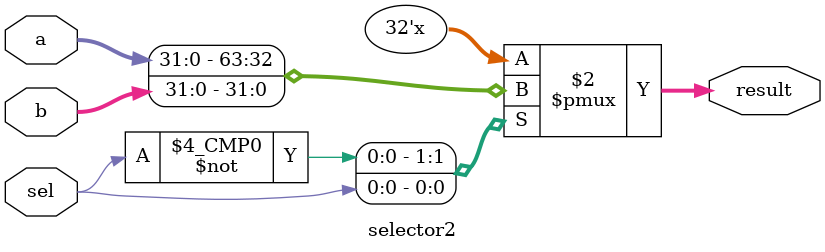
<source format=v>
`timescale 1ns / 1ps


module selector2(
    input [31:0] a,
    input [31:0] b,
    input sel,
    output reg [31:0] result
    );
    
    always @(*)
    begin
        case(sel)
        1'b0:
        begin
            result <= a;
        end
        1'b1:
        begin
            result <= b;
        end
        endcase
    end
endmodule

</source>
